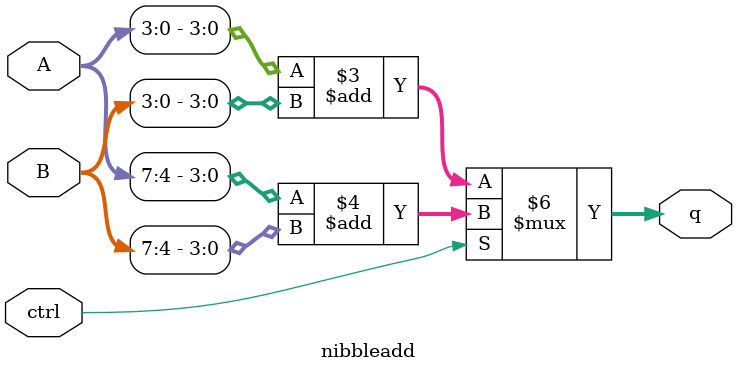
<source format=v>
module nibbleadd(
    input [7:0]A,
    input [7:0]B,
    input ctrl,
    output reg [4:0]q
);

always @(ctrl) begin
    if(ctrl == 1'b0) begin
        q <= A[3:0] + B[3:0];
    end else begin
        q <= A[7:4] + B[7:4];
    end
end
endmodule
</source>
